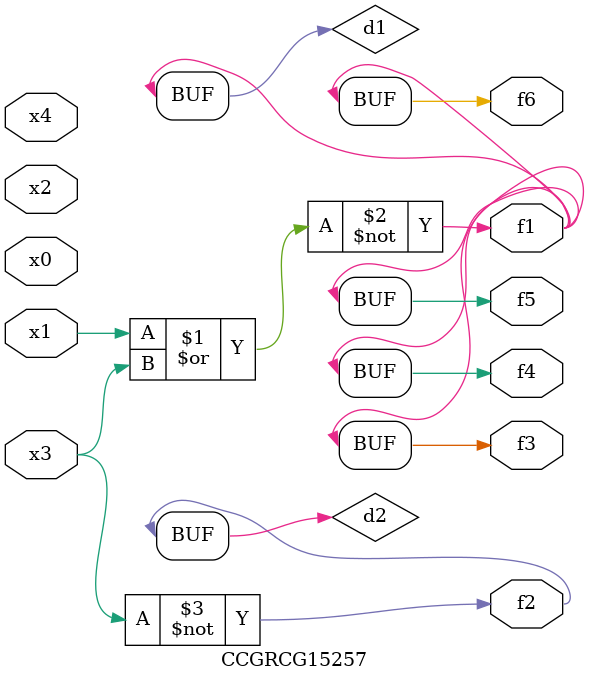
<source format=v>
module CCGRCG15257(
	input x0, x1, x2, x3, x4,
	output f1, f2, f3, f4, f5, f6
);

	wire d1, d2;

	nor (d1, x1, x3);
	not (d2, x3);
	assign f1 = d1;
	assign f2 = d2;
	assign f3 = d1;
	assign f4 = d1;
	assign f5 = d1;
	assign f6 = d1;
endmodule

</source>
